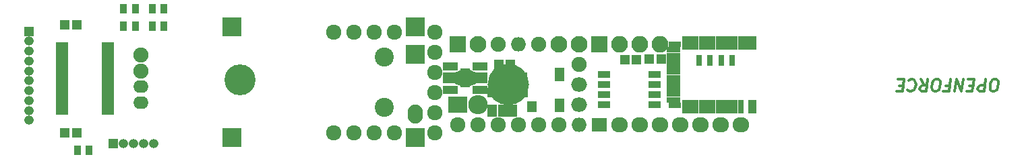
<source format=gbr>
G04 #@! TF.FileFunction,Soldermask,Top*
%FSLAX46Y46*%
G04 Gerber Fmt 4.6, Leading zero omitted, Abs format (unit mm)*
G04 Created by KiCad (PCBNEW 4.0.2+dfsg1-stable) date 2018年05月25日 15時51分19秒*
%MOMM*%
G01*
G04 APERTURE LIST*
%ADD10C,0.100000*%
%ADD11C,0.300000*%
%ADD12C,1.924000*%
%ADD13C,2.400000*%
%ADD14R,2.100000X2.100000*%
%ADD15O,2.100000X2.100000*%
%ADD16O,1.900000X1.800000*%
%ADD17R,0.800000X1.400000*%
%ADD18R,1.500000X0.800000*%
%ADD19R,1.800000X0.800000*%
%ADD20R,0.800000X1.800000*%
%ADD21R,1.000000X1.800000*%
%ADD22R,2.432000X2.000000*%
%ADD23O,2.432000X2.432000*%
%ADD24R,1.300000X1.400000*%
%ADD25R,1.300000X1.700000*%
%ADD26O,2.000000X1.800000*%
%ADD27C,1.900000*%
%ADD28R,1.200000X1.800000*%
%ADD29R,1.924000X1.250000*%
%ADD30R,2.400000X1.250000*%
%ADD31R,1.901140X1.101040*%
%ADD32R,1.901140X1.400760*%
%ADD33R,1.200100X2.398980*%
%ADD34C,5.200000*%
%ADD35R,1.543000X0.908000*%
%ADD36O,1.900000X2.400000*%
%ADD37R,2.400000X2.400000*%
%ADD38R,1.200000X1.150000*%
%ADD39R,1.200000X1.500000*%
%ADD40R,2.400000X1.500000*%
%ADD41C,3.900120*%
%ADD42O,2.100000X1.900000*%
%ADD43R,1.900000X1.700000*%
%ADD44C,2.100000*%
%ADD45O,1.900000X1.600000*%
%ADD46R,1.200000X1.200000*%
%ADD47O,1.200000X1.200000*%
%ADD48R,0.900000X1.300000*%
G04 APERTURE END LIST*
D10*
D11*
X120837207Y-83336229D02*
X120551493Y-83336229D01*
X120417564Y-83264800D01*
X120292564Y-83121943D01*
X120256850Y-82836229D01*
X120319350Y-82336229D01*
X120426493Y-82050514D01*
X120587207Y-81907657D01*
X120738993Y-81836229D01*
X121024707Y-81836229D01*
X121158636Y-81907657D01*
X121283636Y-82050514D01*
X121319350Y-82336229D01*
X121256850Y-82836229D01*
X121149707Y-83121943D01*
X120988993Y-83264800D01*
X120837207Y-83336229D01*
X119738992Y-81836229D02*
X119551492Y-83336229D01*
X118980064Y-83336229D01*
X118846135Y-83264800D01*
X118783636Y-83193371D01*
X118730064Y-83050514D01*
X118756849Y-82836229D01*
X118846136Y-82693371D01*
X118926492Y-82621943D01*
X119078279Y-82550514D01*
X119649707Y-82550514D01*
X118140778Y-82621943D02*
X117640778Y-82621943D01*
X117524706Y-81836229D02*
X118238992Y-81836229D01*
X118051492Y-83336229D01*
X117337206Y-83336229D01*
X116881849Y-81836229D02*
X116694349Y-83336229D01*
X116024706Y-81836229D01*
X115837206Y-83336229D01*
X114712206Y-82621943D02*
X115212206Y-82621943D01*
X115310420Y-81836229D02*
X115122920Y-83336229D01*
X114408634Y-83336229D01*
X113551492Y-83336229D02*
X113265778Y-83336229D01*
X113131849Y-83264800D01*
X113006849Y-83121943D01*
X112971135Y-82836229D01*
X113033635Y-82336229D01*
X113140778Y-82050514D01*
X113301492Y-81907657D01*
X113453278Y-81836229D01*
X113738992Y-81836229D01*
X113872921Y-81907657D01*
X113997921Y-82050514D01*
X114033635Y-82336229D01*
X113971135Y-82836229D01*
X113863992Y-83121943D01*
X113703278Y-83264800D01*
X113551492Y-83336229D01*
X111596134Y-81836229D02*
X112006849Y-82550514D01*
X112453277Y-81836229D02*
X112265777Y-83336229D01*
X111694349Y-83336229D01*
X111560420Y-83264800D01*
X111497921Y-83193371D01*
X111444349Y-83050514D01*
X111471134Y-82836229D01*
X111560421Y-82693371D01*
X111640777Y-82621943D01*
X111792564Y-82550514D01*
X112363992Y-82550514D01*
X110078277Y-81979086D02*
X110158635Y-81907657D01*
X110381849Y-81836229D01*
X110524706Y-81836229D01*
X110730063Y-81907657D01*
X110855064Y-82050514D01*
X110908635Y-82193371D01*
X110944349Y-82479086D01*
X110917564Y-82693371D01*
X110810420Y-82979086D01*
X110721135Y-83121943D01*
X110560420Y-83264800D01*
X110337206Y-83336229D01*
X110194349Y-83336229D01*
X109988992Y-83264800D01*
X109926492Y-83193371D01*
X109355063Y-82621943D02*
X108855063Y-82621943D01*
X108738991Y-81836229D02*
X109453277Y-81836229D01*
X109265777Y-83336229D01*
X108551491Y-83336229D01*
D12*
X50535800Y-88534600D03*
X50535800Y-85994600D03*
X50535800Y-83454600D03*
X50535800Y-80914600D03*
X50535800Y-78374600D03*
X50535800Y-75834600D03*
X45455800Y-75834600D03*
X42915800Y-75834600D03*
X40375800Y-75834600D03*
X37835800Y-75834600D03*
X37835800Y-88534600D03*
X40375800Y-88534600D03*
X42915800Y-88534600D03*
X45455800Y-88534600D03*
D13*
X44185800Y-85359600D03*
X44185800Y-79009600D03*
D14*
X71160600Y-77434800D03*
D15*
X73700600Y-77434800D03*
X76240600Y-77434800D03*
X78780600Y-77434800D03*
D12*
X63540600Y-87554800D03*
X66080600Y-87554800D03*
X61000600Y-87554800D03*
X58460600Y-87554800D03*
X55920600Y-87554800D03*
X53380600Y-87554800D03*
D16*
X68620600Y-87554800D03*
D17*
X86485600Y-79394800D03*
X87885600Y-79394800D03*
X85085600Y-79394800D03*
X83685600Y-79394800D03*
D18*
X80685600Y-85094800D03*
D19*
X80535600Y-84394800D03*
X80535600Y-83694800D03*
X80535600Y-82294800D03*
X80535600Y-82994800D03*
X80535600Y-78794800D03*
X80535600Y-78094800D03*
D18*
X80685600Y-77394800D03*
D19*
X80535600Y-79494800D03*
X80535600Y-80194800D03*
X80535600Y-81594800D03*
X80535600Y-80894800D03*
D20*
X88935600Y-85244800D03*
X88235600Y-85244800D03*
X86835600Y-85244800D03*
X87535600Y-85244800D03*
X86135600Y-85244800D03*
X81935600Y-85244800D03*
X83335600Y-85244800D03*
X82635600Y-85244800D03*
X84035600Y-85244800D03*
X84735600Y-85244800D03*
X85435600Y-85244800D03*
X85435600Y-77244800D03*
X84735600Y-77244800D03*
X84035600Y-77244800D03*
X82635600Y-77244800D03*
X83335600Y-77244800D03*
X81935600Y-77244800D03*
X86135600Y-77244800D03*
X87535600Y-77244800D03*
X86835600Y-77244800D03*
X88235600Y-77244800D03*
X88935600Y-77244800D03*
X89635600Y-77244800D03*
D21*
X90435600Y-85244800D03*
X90435600Y-77244800D03*
D22*
X53380600Y-85054800D03*
D23*
X55920600Y-85054800D03*
D24*
X62732000Y-85275200D03*
D25*
X66232000Y-81225200D03*
X66232000Y-85125200D03*
D26*
X68620600Y-82514800D03*
X68620600Y-85054800D03*
D27*
X68620600Y-79974800D03*
D28*
X60930600Y-81814800D03*
D29*
X61230600Y-81514800D03*
D30*
X61030600Y-83514800D03*
D29*
X58030600Y-83514800D03*
D10*
G36*
X54219410Y-82851960D02*
X53070110Y-82351580D01*
X53070110Y-80950820D01*
X54219410Y-80450440D01*
X54219410Y-82851960D01*
X54219410Y-82851960D01*
G37*
D31*
X52519540Y-83152340D03*
X52519540Y-80150060D03*
X56222860Y-83152340D03*
D32*
X56222860Y-81651200D03*
D31*
X56222860Y-80150060D03*
D32*
X52519540Y-81651200D03*
D10*
G36*
X54522990Y-80450440D02*
X55672290Y-80950820D01*
X55672290Y-82351580D01*
X54522990Y-82851960D01*
X54522990Y-80450440D01*
X54522990Y-80450440D01*
G37*
D33*
X54371200Y-81651200D03*
D34*
X59730600Y-82514800D03*
D35*
X71795600Y-85054800D03*
X71795600Y-83784800D03*
X71795600Y-82514800D03*
X71795600Y-81244800D03*
X78145600Y-81244800D03*
X78145600Y-82514800D03*
X78145600Y-83784800D03*
X78145600Y-85054800D03*
D36*
X48053100Y-86197300D03*
D37*
X48053100Y-78697300D03*
X48053100Y-75197300D03*
X48053100Y-89197300D03*
X25053100Y-89197300D03*
X25053100Y-75197300D03*
D38*
X60048800Y-79898600D03*
X58548800Y-79898600D03*
X78959100Y-79276300D03*
X77459100Y-79276300D03*
D39*
X57740800Y-85740600D03*
D40*
X59640800Y-85740600D03*
D38*
X74385000Y-79339800D03*
X75885000Y-79339800D03*
D41*
X26075600Y-81879800D03*
D42*
X88940600Y-87594800D03*
X83860600Y-87594800D03*
X86400600Y-87594800D03*
X81320600Y-87594800D03*
X76240600Y-87594800D03*
X78780600Y-87594800D03*
X73700600Y-87594800D03*
D43*
X71160600Y-87594800D03*
D44*
X66080600Y-77434800D03*
X68620600Y-77434800D03*
D27*
X63540600Y-77434800D03*
X58460600Y-77434800D03*
D16*
X61000600Y-77434800D03*
D44*
X55920600Y-77434800D03*
D14*
X53380600Y-77434800D03*
D45*
X13585600Y-84744800D03*
X13585600Y-82744800D03*
D27*
X13585600Y-80744800D03*
X13585600Y-78744800D03*
D38*
X5535600Y-74944800D03*
X4035600Y-74944800D03*
X4035600Y-88544800D03*
X5535600Y-88544800D03*
D46*
X-414400Y-75744800D03*
D47*
X-414400Y-76994800D03*
X-414400Y-78244800D03*
X-414400Y-79494800D03*
X-414400Y-80744800D03*
X-414400Y-81994800D03*
X-414400Y-83244800D03*
X-414400Y-84494800D03*
X-414400Y-85744800D03*
X-414400Y-86994800D03*
D46*
X10185600Y-89944800D03*
D47*
X11435600Y-89944800D03*
X12685600Y-89944800D03*
X13935600Y-89944800D03*
X15185600Y-89944800D03*
D48*
X12935600Y-72944800D03*
X11435600Y-72944800D03*
X12935600Y-75144800D03*
X11435600Y-75144800D03*
X15035600Y-72944800D03*
X16535600Y-72944800D03*
X15035600Y-75144800D03*
X16535600Y-75144800D03*
X5635600Y-90744800D03*
X7135600Y-90744800D03*
D18*
X9435600Y-85969800D03*
X9435600Y-85319800D03*
X9435600Y-84669800D03*
X9435600Y-84019800D03*
X9435600Y-83369800D03*
X9435600Y-82719800D03*
X9435600Y-82069800D03*
X9435600Y-81419800D03*
X9435600Y-80769800D03*
X9435600Y-80119800D03*
X9435600Y-79469800D03*
X9435600Y-78819800D03*
X9435600Y-78169800D03*
X9435600Y-77519800D03*
X3735600Y-77519800D03*
X3735600Y-78169800D03*
X3735600Y-78819800D03*
X3735600Y-79469800D03*
X3735600Y-80119800D03*
X3735600Y-80769800D03*
X3735600Y-81419800D03*
X3735600Y-82069800D03*
X3735600Y-82719800D03*
X3735600Y-83369800D03*
X3735600Y-84019800D03*
X3735600Y-84669800D03*
X3735600Y-85319800D03*
X3735600Y-85969800D03*
M02*

</source>
